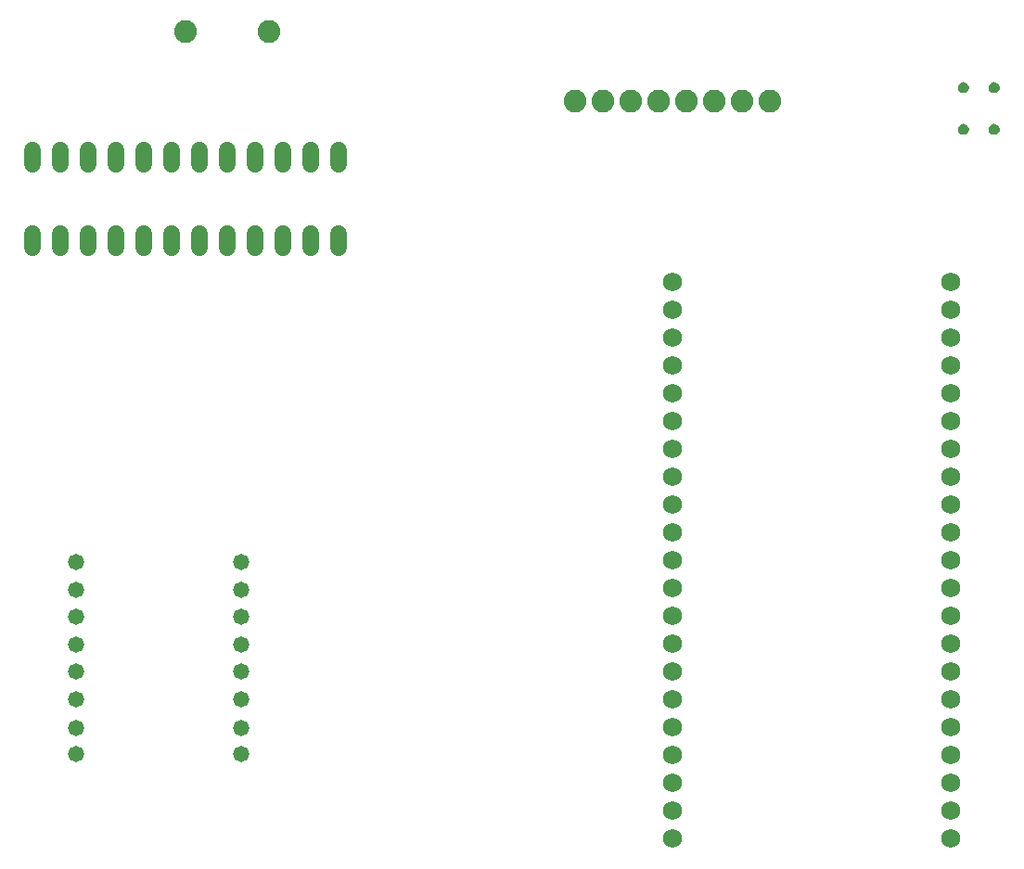
<source format=gbr>
G04 EAGLE Gerber RS-274X export*
G75*
%MOMM*%
%FSLAX34Y34*%
%LPD*%
%INSoldermask Top*%
%IPPOS*%
%AMOC8*
5,1,8,0,0,1.08239X$1,22.5*%
G01*
%ADD10C,1.524000*%
%ADD11C,2.082800*%
%ADD12C,1.473200*%
%ADD13C,1.733200*%

G36*
X966436Y706177D02*
X966436Y706177D01*
X966511Y706174D01*
X967487Y706276D01*
X967535Y706290D01*
X967625Y706306D01*
X968554Y706622D01*
X968598Y706647D01*
X968683Y706683D01*
X969518Y707197D01*
X969555Y707231D01*
X969630Y707285D01*
X970330Y707973D01*
X970359Y708014D01*
X970419Y708083D01*
X970948Y708910D01*
X970967Y708956D01*
X971011Y709037D01*
X971343Y709960D01*
X971351Y710010D01*
X971376Y710099D01*
X971494Y711073D01*
X971491Y711123D01*
X971495Y711209D01*
X971400Y712211D01*
X971386Y712260D01*
X971370Y712350D01*
X971054Y713306D01*
X971030Y713351D01*
X970995Y713435D01*
X970473Y714296D01*
X970440Y714334D01*
X970387Y714409D01*
X969687Y715133D01*
X969646Y715162D01*
X969577Y715223D01*
X968734Y715773D01*
X968688Y715793D01*
X968607Y715837D01*
X967663Y716185D01*
X967613Y716194D01*
X967525Y716219D01*
X966527Y716349D01*
X966484Y716347D01*
X966358Y716348D01*
X965347Y716209D01*
X965299Y716193D01*
X965209Y716174D01*
X964254Y715812D01*
X964211Y715786D01*
X964127Y715748D01*
X963277Y715183D01*
X963240Y715148D01*
X963168Y715091D01*
X962464Y714352D01*
X962436Y714309D01*
X962378Y714238D01*
X961857Y713360D01*
X961839Y713313D01*
X961798Y713231D01*
X961485Y712259D01*
X961478Y712209D01*
X961457Y712120D01*
X961368Y711102D01*
X961373Y711052D01*
X961372Y710961D01*
X961503Y709997D01*
X961519Y709949D01*
X961538Y709860D01*
X961880Y708949D01*
X961906Y708906D01*
X961945Y708823D01*
X962482Y708011D01*
X962517Y707975D01*
X962573Y707902D01*
X963277Y707230D01*
X963319Y707203D01*
X963390Y707144D01*
X964226Y706646D01*
X964273Y706628D01*
X964355Y706588D01*
X965281Y706288D01*
X965331Y706281D01*
X965420Y706259D01*
X966389Y706173D01*
X966436Y706177D01*
G37*
G36*
X938445Y706177D02*
X938445Y706177D01*
X938520Y706174D01*
X939496Y706276D01*
X939544Y706290D01*
X939634Y706306D01*
X940563Y706622D01*
X940607Y706647D01*
X940692Y706683D01*
X941527Y707197D01*
X941564Y707231D01*
X941639Y707285D01*
X942339Y707973D01*
X942368Y708014D01*
X942428Y708083D01*
X942957Y708910D01*
X942976Y708956D01*
X943020Y709037D01*
X943352Y709960D01*
X943360Y710010D01*
X943385Y710099D01*
X943503Y711073D01*
X943500Y711123D01*
X943504Y711209D01*
X943409Y712211D01*
X943395Y712260D01*
X943379Y712350D01*
X943063Y713306D01*
X943039Y713351D01*
X943004Y713435D01*
X942482Y714296D01*
X942449Y714334D01*
X942396Y714409D01*
X941696Y715133D01*
X941655Y715162D01*
X941586Y715223D01*
X940743Y715773D01*
X940697Y715793D01*
X940616Y715837D01*
X939672Y716185D01*
X939622Y716194D01*
X939534Y716219D01*
X938536Y716349D01*
X938493Y716347D01*
X938367Y716348D01*
X937356Y716209D01*
X937308Y716193D01*
X937218Y716174D01*
X936263Y715812D01*
X936220Y715786D01*
X936136Y715748D01*
X935286Y715183D01*
X935249Y715148D01*
X935177Y715091D01*
X934473Y714352D01*
X934445Y714309D01*
X934387Y714238D01*
X933866Y713360D01*
X933848Y713313D01*
X933807Y713231D01*
X933494Y712259D01*
X933487Y712209D01*
X933466Y712120D01*
X933377Y711102D01*
X933382Y711052D01*
X933381Y710961D01*
X933512Y709997D01*
X933528Y709949D01*
X933547Y709860D01*
X933889Y708949D01*
X933915Y708906D01*
X933954Y708823D01*
X934491Y708011D01*
X934526Y707975D01*
X934582Y707902D01*
X935286Y707230D01*
X935328Y707203D01*
X935399Y707144D01*
X936235Y706646D01*
X936282Y706628D01*
X936364Y706588D01*
X937290Y706288D01*
X937340Y706281D01*
X937429Y706259D01*
X938398Y706173D01*
X938445Y706177D01*
G37*
G36*
X966436Y668077D02*
X966436Y668077D01*
X966511Y668074D01*
X967487Y668176D01*
X967535Y668190D01*
X967625Y668206D01*
X968554Y668522D01*
X968598Y668547D01*
X968683Y668583D01*
X969518Y669097D01*
X969555Y669131D01*
X969630Y669185D01*
X970330Y669873D01*
X970359Y669914D01*
X970419Y669983D01*
X970948Y670810D01*
X970967Y670856D01*
X971011Y670937D01*
X971343Y671860D01*
X971351Y671910D01*
X971376Y671999D01*
X971494Y672973D01*
X971491Y673023D01*
X971495Y673109D01*
X971400Y674111D01*
X971386Y674160D01*
X971370Y674250D01*
X971054Y675206D01*
X971030Y675251D01*
X970995Y675335D01*
X970473Y676196D01*
X970440Y676234D01*
X970387Y676309D01*
X969687Y677033D01*
X969646Y677062D01*
X969577Y677123D01*
X968734Y677673D01*
X968688Y677693D01*
X968607Y677737D01*
X967663Y678085D01*
X967613Y678094D01*
X967525Y678119D01*
X966527Y678249D01*
X966484Y678247D01*
X966358Y678248D01*
X965347Y678109D01*
X965299Y678093D01*
X965209Y678074D01*
X964254Y677712D01*
X964211Y677686D01*
X964127Y677648D01*
X963277Y677083D01*
X963240Y677048D01*
X963168Y676991D01*
X962464Y676252D01*
X962436Y676209D01*
X962378Y676138D01*
X961857Y675260D01*
X961839Y675213D01*
X961798Y675131D01*
X961485Y674159D01*
X961478Y674109D01*
X961457Y674020D01*
X961368Y673002D01*
X961373Y672952D01*
X961372Y672861D01*
X961503Y671897D01*
X961519Y671849D01*
X961538Y671760D01*
X961880Y670849D01*
X961906Y670806D01*
X961945Y670723D01*
X962482Y669911D01*
X962517Y669875D01*
X962573Y669802D01*
X963277Y669130D01*
X963319Y669103D01*
X963390Y669044D01*
X964226Y668546D01*
X964273Y668528D01*
X964355Y668488D01*
X965281Y668188D01*
X965331Y668181D01*
X965420Y668159D01*
X966389Y668073D01*
X966436Y668077D01*
G37*
G36*
X938445Y668077D02*
X938445Y668077D01*
X938520Y668074D01*
X939496Y668176D01*
X939544Y668190D01*
X939634Y668206D01*
X940563Y668522D01*
X940607Y668547D01*
X940692Y668583D01*
X941527Y669097D01*
X941564Y669131D01*
X941639Y669185D01*
X942339Y669873D01*
X942368Y669914D01*
X942428Y669983D01*
X942957Y670810D01*
X942976Y670856D01*
X943020Y670937D01*
X943352Y671860D01*
X943360Y671910D01*
X943385Y671999D01*
X943503Y672973D01*
X943500Y673023D01*
X943504Y673109D01*
X943409Y674111D01*
X943395Y674160D01*
X943379Y674250D01*
X943063Y675206D01*
X943039Y675251D01*
X943004Y675335D01*
X942482Y676196D01*
X942449Y676234D01*
X942396Y676309D01*
X941696Y677033D01*
X941655Y677062D01*
X941586Y677123D01*
X940743Y677673D01*
X940697Y677693D01*
X940616Y677737D01*
X939672Y678085D01*
X939622Y678094D01*
X939534Y678119D01*
X938536Y678249D01*
X938493Y678247D01*
X938367Y678248D01*
X937356Y678109D01*
X937308Y678093D01*
X937218Y678074D01*
X936263Y677712D01*
X936220Y677686D01*
X936136Y677648D01*
X935286Y677083D01*
X935249Y677048D01*
X935177Y676991D01*
X934473Y676252D01*
X934445Y676209D01*
X934387Y676138D01*
X933866Y675260D01*
X933848Y675213D01*
X933807Y675131D01*
X933494Y674159D01*
X933487Y674109D01*
X933466Y674020D01*
X933377Y673002D01*
X933382Y672952D01*
X933381Y672861D01*
X933512Y671897D01*
X933528Y671849D01*
X933547Y671760D01*
X933889Y670849D01*
X933915Y670806D01*
X933954Y670723D01*
X934491Y669911D01*
X934526Y669875D01*
X934582Y669802D01*
X935286Y669130D01*
X935328Y669103D01*
X935399Y669044D01*
X936235Y668546D01*
X936282Y668528D01*
X936364Y668488D01*
X937290Y668188D01*
X937340Y668181D01*
X937429Y668159D01*
X938398Y668073D01*
X938445Y668077D01*
G37*
D10*
X88900Y564896D02*
X88900Y578104D01*
X114300Y578104D02*
X114300Y564896D01*
X139700Y564896D02*
X139700Y578104D01*
X165100Y578104D02*
X165100Y564896D01*
X190500Y564896D02*
X190500Y578104D01*
X215900Y578104D02*
X215900Y564896D01*
X241300Y564896D02*
X241300Y578104D01*
X266700Y578104D02*
X266700Y564896D01*
X292100Y564896D02*
X292100Y578104D01*
X317500Y578104D02*
X317500Y564896D01*
X342900Y564896D02*
X342900Y578104D01*
X368300Y578104D02*
X368300Y564896D01*
X368300Y641096D02*
X368300Y654304D01*
X342900Y654304D02*
X342900Y641096D01*
X317500Y641096D02*
X317500Y654304D01*
X292100Y654304D02*
X292100Y641096D01*
X266700Y641096D02*
X266700Y654304D01*
X241300Y654304D02*
X241300Y641096D01*
X215900Y641096D02*
X215900Y654304D01*
X190500Y654304D02*
X190500Y641096D01*
X165100Y641096D02*
X165100Y654304D01*
X139700Y654304D02*
X139700Y641096D01*
X114300Y641096D02*
X114300Y654304D01*
X88900Y654304D02*
X88900Y641096D01*
D11*
X584200Y698500D03*
X609600Y698500D03*
X635000Y698500D03*
X660400Y698500D03*
X685800Y698500D03*
X711200Y698500D03*
X736600Y698500D03*
X762000Y698500D03*
X228600Y762000D03*
X304800Y762000D03*
D12*
X278800Y102900D03*
X278800Y126900D03*
X278800Y152900D03*
X278800Y177900D03*
X278800Y202900D03*
X278800Y227900D03*
X278800Y252900D03*
X278800Y277900D03*
X128800Y102900D03*
X128800Y126900D03*
X128800Y152900D03*
X128800Y177900D03*
X128800Y202900D03*
X128800Y227900D03*
X128800Y252900D03*
X128800Y277900D03*
D13*
X673100Y279400D03*
X673100Y304800D03*
X673100Y330200D03*
X673100Y355600D03*
X673100Y381000D03*
X673100Y406400D03*
X673100Y431800D03*
X673100Y457200D03*
X673100Y482600D03*
X673100Y508000D03*
X673100Y533400D03*
X673100Y25400D03*
X673100Y50800D03*
X673100Y76200D03*
X673100Y101600D03*
X673100Y127000D03*
X673100Y152400D03*
X673100Y177800D03*
X673100Y203200D03*
X673100Y228600D03*
X673100Y254000D03*
X927100Y279400D03*
X927100Y304800D03*
X927100Y330200D03*
X927100Y355600D03*
X927100Y381000D03*
X927100Y406400D03*
X927100Y431800D03*
X927100Y457200D03*
X927100Y482600D03*
X927100Y508000D03*
X927100Y533400D03*
X927100Y25400D03*
X927100Y50800D03*
X927100Y76200D03*
X927100Y101600D03*
X927100Y127000D03*
X927100Y152400D03*
X927100Y177800D03*
X927100Y203200D03*
X927100Y228600D03*
X927100Y254000D03*
M02*

</source>
